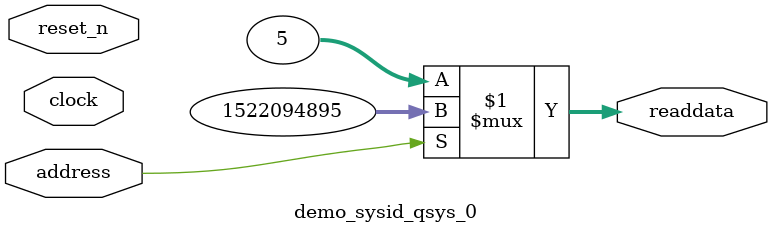
<source format=v>



// synthesis translate_off
`timescale 1ns / 1ps
// synthesis translate_on

// turn off superfluous verilog processor warnings 
// altera message_level Level1 
// altera message_off 10034 10035 10036 10037 10230 10240 10030 

module demo_sysid_qsys_0 (
               // inputs:
                address,
                clock,
                reset_n,

               // outputs:
                readdata
             )
;

  output  [ 31: 0] readdata;
  input            address;
  input            clock;
  input            reset_n;

  wire    [ 31: 0] readdata;
  //control_slave, which is an e_avalon_slave
  assign readdata = address ? 1522094895 : 5;

endmodule



</source>
